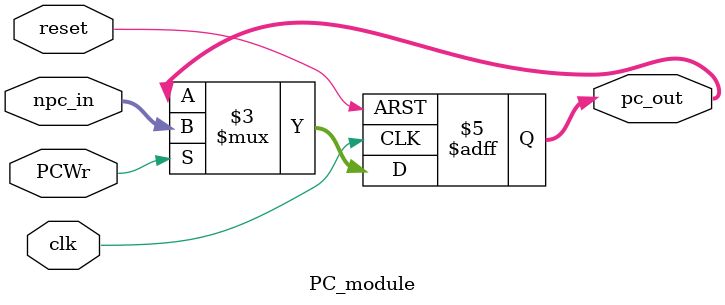
<source format=v>
module PC_module(npc_in, clk, reset, pc_out, PCWr);	
    input [31:0]npc_in;
    input clk, reset, PCWr;
    output [31:0]pc_out;
    reg [31:0]pc_out;
    always @ (posedge clk or posedge reset)
    	if(reset)
	       pc_out <= 32'h0000_3000;
	   else 
	       if(PCWr)
	           pc_out <= npc_in;
	       else pc_out <= pc_out;
endmodule

</source>
